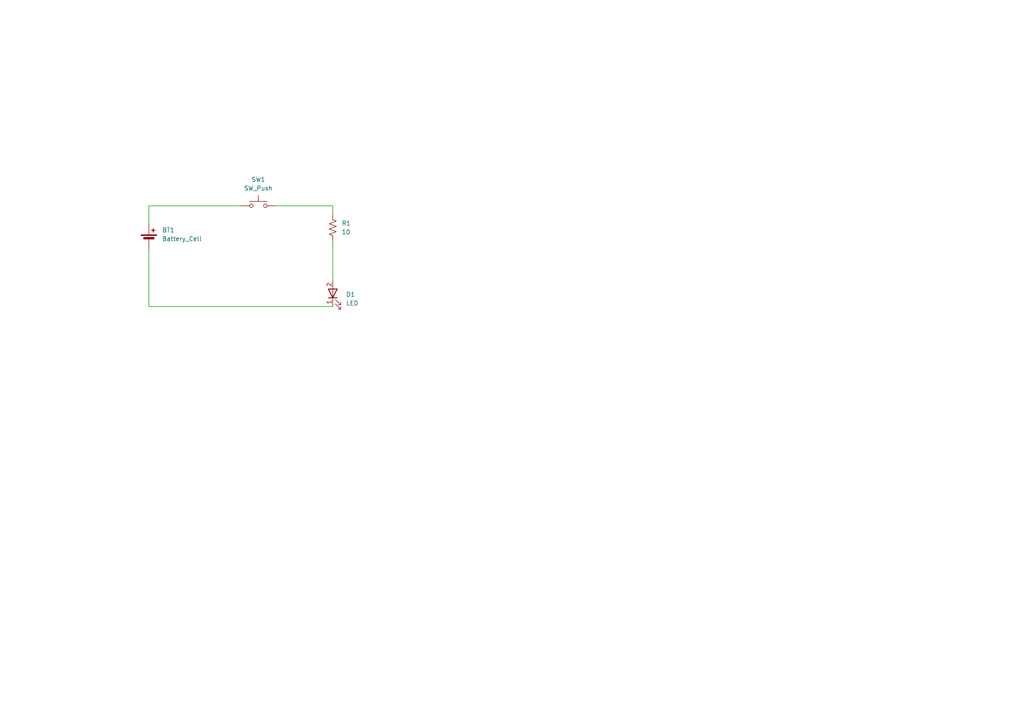
<source format=kicad_sch>
(kicad_sch (version 20231120) (generator "eeschema") (generator_version "8.0")
  (paper "A4")
  (lib_symbols
    (symbol "Device:Battery_Cell" (pin_numbers hide) (pin_names (offset 0) hide)
      (property "Reference" "BT" (at 2.54 2.54 0))
      (property "Value" "Battery_Cell" (at 2.54 0 0))
      (symbol "Battery_Cell_0_1"
        (rectangle (start -2.286 1.778) (end 2.286 1.524) (fill (type outline)))
        (rectangle (start -1.524 1.016) (end 1.524 0.508) (fill (type outline)))
        (polyline (pts (xy 0 0.762) (xy 0 0)))
        (polyline (pts (xy 0 1.778) (xy 0 2.54)))
        (polyline (pts (xy 0.762 3.048) (xy 1.778 3.048)) (stroke (width 0.254)))
        (polyline (pts (xy 1.27 3.556) (xy 1.27 2.54)) (stroke (width 0.254)))
      )
      (symbol "Battery_Cell_1_1"
        (pin passive line (at 0 5.08 270) (length 2.54) (name "+") (number "1"))
        (pin passive line (at 0 -2.54 90) (length 2.54) (name "-") (number "2"))
      )
    )
    (symbol "Device:LED" (pin_names (offset 1.016) hide)
      (property "Reference" "D" (at 0 2.54 0))
      (property "Value" "LED" (at 0 -2.54 0))
      (symbol "LED_0_1"
        (polyline (pts (xy -1.27 -1.27) (xy -1.27 1.27)) (stroke (width 0.254)))
        (polyline (pts (xy -1.27 0) (xy 1.27 0)))
        (polyline (pts (xy 1.27 -1.27) (xy 1.27 1.27) (xy -1.27 0) (xy 1.27 -1.27)) (stroke (width 0.254)))
        (polyline (pts (xy -3.048 -0.762) (xy -4.572 -2.286) (xy -3.81 -2.286) (xy -4.572 -2.286) (xy -4.572 -1.524)))
        (polyline (pts (xy -1.778 -0.762) (xy -3.302 -2.286) (xy -2.54 -2.286) (xy -3.302 -2.286) (xy -3.302 -1.524)))
      )
      (symbol "LED_1_1"
        (pin passive line (at -3.81 0 0) (length 2.54) (name "K") (number "1"))
        (pin passive line (at 3.81 0 180) (length 2.54) (name "A") (number "2"))
      )
    )
    (symbol "Device:R_US" (pin_numbers hide) (pin_names (offset 0))
      (property "Reference" "R" (at 2.54 0 90))
      (property "Value" "R_US" (at -2.54 0 90))
      (symbol "R_US_0_1"
        (polyline (pts (xy 0 -2.286) (xy 0 -2.54)))
        (polyline (pts (xy 0 2.286) (xy 0 2.54)))
        (polyline (pts (xy 0 -0.762) (xy 1.016 -1.143) (xy 0 -1.524) (xy -1.016 -1.905) (xy 0 -2.286)))
        (polyline (pts (xy 0 0.762) (xy 1.016 0.381) (xy 0 0) (xy -1.016 -0.381) (xy 0 -0.762)))
        (polyline (pts (xy 0 2.286) (xy 1.016 1.905) (xy 0 1.524) (xy -1.016 1.143) (xy 0 0.762)))
      )
      (symbol "R_US_1_1"
        (pin passive line (at 0 3.81 270) (length 1.27) (name "~") (number "1"))
        (pin passive line (at 0 -3.81 90) (length 1.27) (name "~") (number "2"))
      )
    )
    (symbol "Switch:SW_Push" (pin_numbers hide) (pin_names (offset 1.016) hide)
      (property "Reference" "SW" (at 1.27 2.54 0))
      (property "Value" "SW_Push" (at 0 -1.524 0))
      (symbol "SW_Push_0_1"
        (circle (center -2.032 0) (radius 0.508))
        (polyline (pts (xy 0 1.27) (xy 0 3.048)))
        (polyline (pts (xy 2.54 1.27) (xy -2.54 1.27)))
        (circle (center 2.032 0) (radius 0.508))
        (pin passive line (at -5.08 0 0) (length 2.54) (name "1") (number "1"))
        (pin passive line (at 5.08 0 180) (length 2.54) (name "2") (number "2"))
      )
    )
  )
  (wire (pts (xy 43.18 72.39) (xy 43.18 88.9)))
  (wire (pts (xy 43.18 88.9) (xy 96.52 88.9)))
  (wire (pts (xy 43.18 59.69) (xy 69.85 59.69)))
  (wire (pts (xy 43.18 64.77) (xy 43.18 59.69)))
  (wire (pts (xy 96.52 69.85) (xy 96.52 81.28)))
  (wire (pts (xy 80.01 59.69) (xy 96.52 59.69)))
  (wire (pts (xy 96.52 59.69) (xy 96.52 62.23)))
  (symbol (lib_id "Device:Battery_Cell") (at 43.18 69.85 0) (unit 1)
    (property "Reference" "BT1" (at 46.99 66.7384 0) (effects (justify left)))
    (property "Value" "Battery_Cell" (at 46.99 69.2784 0) (effects (justify left)))
    (property "Footprint" "Belle:CR2016" (effects (hide yes)))
    (property "Datasheet" "https://www.te.com/commerce/DocumentDelivery/DDEController?Action=srchrtrv&DocNm=BAT-HLD-002-SMT&DocType=Data+Sheet&DocLang=English&DocFormat=pdf&PartCntxt=BAT-HLD-002-SMT" (effects (hide yes)))
    (property "Description" "Single-cell battery" (effects (hide yes)))
    (property "Manufacturer" "TE Connectivity Linx" (effects (hide yes)))
    (property "MPN" "BAT-HLD-002-SMT" (effects (hide yes)))
  )
  (symbol (lib_id "Device:R_US") (at 96.52 66.04 0) (unit 1)
    (property "Reference" "R1" (at 99.06 64.7699 0) (effects (justify left)))
    (property "Value" "10" (at 99.06 67.3099 0) (effects (justify left)))
    (property "Footprint" "Resistor_SMD:R_0805_2012Metric" (effects (hide yes)))
    (property "Datasheet" "https://www.seielect.com/catalog/sei-rmcf_rmcp.pdf" (effects (hide yes)))
    (property "Description" "Resistor, US symbol" (effects (hide yes)))
    (property "Manufacturer" "Stackpole Electronics Inc" (effects (hide yes)))
    (property "MPN" "RMCF0805FT10R0" (effects (hide yes)))
  )
  (symbol (lib_id "Device:LED") (at 96.52 85.09 90) (unit 1)
    (property "Reference" "D1" (at 100.33 85.4074 90) (effects (justify right)))
    (property "Value" "LED" (at 100.33 87.9474 90) (effects (justify right)))
    (property "Footprint" "Belle:LED_C503D-WAN_CRW" (effects (hide yes)))
    (property "Datasheet" "https://downloads.cree-led.com/files/ds/h/HB-C503D-WAN.pdf" (effects (hide yes)))
    (property "Description" "Light emitting diode" (effects (hide yes)))
    (property "Manufacturer" "Cree LED" (effects (hide yes)))
    (property "MPN" "C503D-WAN-CCBEB151" (effects (hide yes)))
  )
  (symbol (lib_id "Switch:SW_Push") (at 74.93 59.69 0) (unit 1)
    (property "Reference" "SW1" (at 74.93 52.07 0))
    (property "Value" "SW_Push" (at 74.93 54.61 0))
    (property "Footprint" "Belle:EVPBT" (effects (hide yes)))
    (property "Datasheet" "https://api.pim.na.industrial.panasonic.com/file_stream/main/fileversion/245491" (effects (hide yes)))
    (property "Description" "Push button switch, generic, two pins" (effects (hide yes)))
    (property "Manufacturer" "Panasonic Electronic Components" (effects (hide yes)))
    (property "MPN" "EVP-BT6A4A000" (effects (hide yes)))
  )
)
</source>
